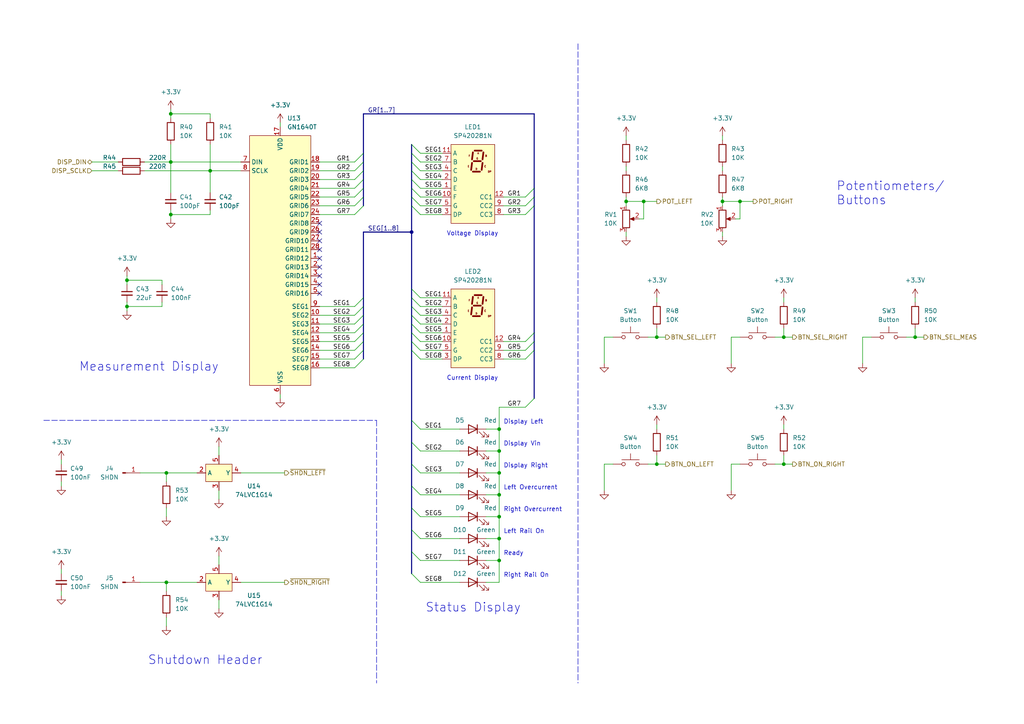
<source format=kicad_sch>
(kicad_sch (version 20211123) (generator eeschema)
  (paper "A4")
  (lib_symbols
    (symbol "Connector:Conn_01x01_Male" (pin_names (offset 1.016) hide)
      (property "Reference" "J" (at 0 2.54 0))
      (property "Value" "Conn_01x01_Male" (at 0 -2.54 0))
      (symbol "Conn_01x01_Male_1_1"
        (polyline (pts (xy 1.27 0) (xy 0.8636 0)) (stroke (width 0.1524)))
        (rectangle (start 0.8636 0.127) (end 0 -0.127) (stroke (width 0.1524)) (fill (type outline)))
        (pin passive line (at 5.08 0 180) (length 3.81) (name "Pin_1") (number "1"))
      )
    )
    (symbol "Device:C_Small" (pin_numbers hide) (pin_names (offset 0.254) hide)
      (property "Reference" "C" (at 0.254 1.778 0))
      (property "Value" "C_Small" (at 0.254 -2.032 0))
      (symbol "C_Small_0_1"
        (polyline (pts (xy -1.524 -0.508) (xy 1.524 -0.508)) (stroke (width 0.3302)))
        (polyline (pts (xy -1.524 0.508) (xy 1.524 0.508)) (stroke (width 0.3048)))
      )
      (symbol "C_Small_1_1"
        (pin passive line (at 0 2.54 270) (length 2.032) (name "~") (number "1"))
        (pin passive line (at 0 -2.54 90) (length 2.032) (name "~") (number "2"))
      )
    )
    (symbol "Device:LED" (pin_numbers hide) (pin_names (offset 1.016) hide)
      (property "Reference" "D" (at 0 2.54 0))
      (property "Value" "LED" (at 0 -2.54 0))
      (symbol "LED_0_1"
        (polyline (pts (xy -1.27 -1.27) (xy -1.27 1.27)) (stroke (width 0.254)))
        (polyline (pts (xy -1.27 0) (xy 1.27 0)))
        (polyline (pts (xy 1.27 -1.27) (xy 1.27 1.27) (xy -1.27 0) (xy 1.27 -1.27)) (stroke (width 0.254)))
        (polyline (pts (xy -3.048 -0.762) (xy -4.572 -2.286) (xy -3.81 -2.286) (xy -4.572 -2.286) (xy -4.572 -1.524)))
        (polyline (pts (xy -1.778 -0.762) (xy -3.302 -2.286) (xy -2.54 -2.286) (xy -3.302 -2.286) (xy -3.302 -1.524)))
      )
      (symbol "LED_1_1"
        (pin passive line (at -3.81 0 0) (length 2.54) (name "K") (number "1"))
        (pin passive line (at 3.81 0 180) (length 2.54) (name "A") (number "2"))
      )
    )
    (symbol "Device:R" (pin_numbers hide) (pin_names (offset 0))
      (property "Reference" "R" (at 2.032 0 90))
      (property "Value" "R" (at 0 0 90))
      (symbol "R_0_1"
        (rectangle (start -1.016 -2.54) (end 1.016 2.54) (stroke (width 0.254)))
      )
      (symbol "R_1_1"
        (pin passive line (at 0 3.81 270) (length 1.27) (name "~") (number "1"))
        (pin passive line (at 0 -3.81 90) (length 1.27) (name "~") (number "2"))
      )
    )
    (symbol "Device:R_Potentiometer" (pin_names (offset 1.016) hide)
      (property "Reference" "RV" (at -4.445 0 90))
      (property "Value" "R_Potentiometer" (at -2.54 0 90))
      (symbol "R_Potentiometer_0_1"
        (polyline (pts (xy 2.54 0) (xy 1.524 0)))
        (polyline (pts (xy 1.143 0) (xy 2.286 0.508) (xy 2.286 -0.508) (xy 1.143 0)) (fill (type outline)))
        (rectangle (start 1.016 2.54) (end -1.016 -2.54) (stroke (width 0.254)))
      )
      (symbol "R_Potentiometer_1_1"
        (pin passive line (at 0 3.81 270) (length 1.27) (name "1") (number "1"))
        (pin passive line (at 3.81 0 180) (length 1.27) (name "2") (number "2"))
        (pin passive line (at 0 -3.81 90) (length 1.27) (name "3") (number "3"))
      )
    )
    (symbol "SP420281N_1"
      (property "Reference" "LED" (at 0 12.7 0))
      (property "Value" "SP420281N_1" (at 0 -12.7 0))
      (symbol "SP420281N_1_0_0"
        (pin input line (at -8.89 -1.27 0) (length 2.54) (name "E") (number "1"))
        (pin input line (at -8.89 -3.81 0) (length 2.54) (name "F") (number "10"))
        (pin input line (at -8.89 8.89 0) (length 2.54) (name "A") (number "11"))
        (pin input line (at 8.89 -3.81 180) (length 2.54) (name "CC1") (number "12"))
        (pin input line (at -8.89 1.27 0) (length 2.54) (name "D") (number "2"))
        (pin input line (at -8.89 -8.89 0) (length 2.54) (name "DP") (number "3"))
        (pin input line (at -8.89 3.81 0) (length 2.54) (name "C") (number "4"))
        (pin input line (at -8.89 -6.35 0) (length 2.54) (name "G") (number "5"))
        (pin input line (at -8.89 6.35 0) (length 2.54) (name "B") (number "7"))
        (pin input line (at 8.89 -8.89 180) (length 2.54) (name "CC3") (number "8"))
        (pin input line (at 8.89 -6.35 180) (length 2.54) (name "CC2") (number "9"))
      )
      (symbol "SP420281N_1_0_1"
        (rectangle (start -6.35 11.43) (end 6.35 -11.43) (fill (type background)))
      )
      (symbol "SP420281N_1_1_0"
        (text "A" (at 1.524 8.89 0) (effects (font (size 0.508 0.508))))
        (text "B" (at 3.81 8.128 0) (effects (font (size 0.508 0.508))))
        (text "C" (at 3.556 5.08 0) (effects (font (size 0.508 0.508))))
        (text "D" (at 1.016 4.318 0) (effects (font (size 0.508 0.508))))
        (text "DP" (at 4.826 3.556 0) (effects (font (size 0.508 0.508))))
        (text "E" (at -1.27 5.08 0) (effects (font (size 0.508 0.508))))
        (text "F" (at -1.016 8.128 0) (effects (font (size 0.508 0.508))))
        (text "G" (at 1.27 7.366 0) (effects (font (size 0.508 0.508))))
      )
      (symbol "SP420281N_1_1_1"
        (polyline (pts (xy -0.254 6.096) (xy -0.508 4.064)) (stroke (width 0.508)))
        (polyline (pts (xy 0 3.556) (xy 2.032 3.556)) (stroke (width 0.508)))
        (polyline (pts (xy 0 9.144) (xy -0.254 7.112)) (stroke (width 0.508)))
        (polyline (pts (xy 0.254 6.604) (xy 2.286 6.604)) (stroke (width 0.508)))
        (polyline (pts (xy 0.508 9.652) (xy 2.54 9.652)) (stroke (width 0.508)))
        (polyline (pts (xy 2.794 6.096) (xy 2.54 4.064)) (stroke (width 0.508)))
        (polyline (pts (xy 3.048 9.144) (xy 2.794 7.112)) (stroke (width 0.508)))
        (polyline (pts (xy 3.81 3.556) (xy 3.81 3.556)) (stroke (width 0.508)))
      )
    )
    (symbol "Switch:SW_Push" (pin_numbers hide) (pin_names (offset 1.016) hide)
      (property "Reference" "SW" (at 1.27 2.54 0))
      (property "Value" "SW_Push" (at 0 -1.524 0))
      (symbol "SW_Push_0_1"
        (circle (center -2.032 0) (radius 0.508))
        (polyline (pts (xy 0 1.27) (xy 0 3.048)))
        (polyline (pts (xy 2.54 1.27) (xy -2.54 1.27)))
        (circle (center 2.032 0) (radius 0.508))
        (pin passive line (at -5.08 0 0) (length 2.54) (name "1") (number "1"))
        (pin passive line (at 5.08 0 180) (length 2.54) (name "2") (number "2"))
      )
    )
    (symbol "breadboard_supply:74LVC1G14"
      (property "Reference" "U" (at 7.62 -3.81 0))
      (property "Value" "74LVC1G14" (at 7.62 -6.35 0))
      (symbol "74LVC1G14_0_1"
        (rectangle (start -3.81 2.54) (end 3.81 -2.54) (fill (type background)))
      )
      (symbol "74LVC1G14_1_1"
        (pin no_connect line (at -6.35 -2.54 0) (length 2.54) hide (name "") (number "1"))
        (pin input line (at -6.35 0 0) (length 2.54) (name "A") (number "2"))
        (pin power_in line (at 0 -5.08 90) (length 2.54) (name "") (number "3"))
        (pin output line (at 6.35 0 180) (length 2.54) (name "Y") (number "4"))
        (pin power_in line (at 0 5.08 270) (length 2.54) (name "") (number "5"))
      )
    )
    (symbol "breadboard_supply:GN1640T"
      (property "Reference" "U" (at -8.89 34.29 0))
      (property "Value" "GN1640T" (at 6.35 -40.64 0))
      (symbol "GN1640T_0_1"
        (rectangle (start -8.89 33.02) (end 8.89 -39.37) (fill (type background)))
      )
      (symbol "GN1640T_1_1"
        (pin bidirectional line (at 11.43 -2.54 180) (length 2.54) (name "GRID12") (number "1"))
        (pin bidirectional line (at 11.43 -19.05 180) (length 2.54) (name "SEG2") (number "10"))
        (pin bidirectional line (at 11.43 -21.59 180) (length 2.54) (name "SEG3") (number "11"))
        (pin bidirectional line (at 11.43 -24.13 180) (length 2.54) (name "SEG4") (number "12"))
        (pin bidirectional line (at 11.43 -26.67 180) (length 2.54) (name "SEG5") (number "13"))
        (pin bidirectional line (at 11.43 -29.21 180) (length 2.54) (name "SEG6") (number "14"))
        (pin bidirectional line (at 11.43 -31.75 180) (length 2.54) (name "SEG7") (number "15"))
        (pin bidirectional line (at 11.43 -34.29 180) (length 2.54) (name "SEG8") (number "16"))
        (pin power_in line (at 0 35.56 270) (length 2.54) (name "VDD") (number "17"))
        (pin bidirectional line (at 11.43 25.4 180) (length 2.54) (name "GRID1") (number "18"))
        (pin bidirectional line (at 11.43 22.86 180) (length 2.54) (name "GRID2") (number "19"))
        (pin bidirectional line (at 11.43 -5.08 180) (length 2.54) (name "GRID13") (number "2"))
        (pin bidirectional line (at 11.43 20.32 180) (length 2.54) (name "GRID3") (number "20"))
        (pin bidirectional line (at 11.43 17.78 180) (length 2.54) (name "GRID4") (number "21"))
        (pin bidirectional line (at 11.43 15.24 180) (length 2.54) (name "GRID5") (number "22"))
        (pin bidirectional line (at 11.43 12.7 180) (length 2.54) (name "GRID6") (number "23"))
        (pin bidirectional line (at 11.43 10.16 180) (length 2.54) (name "GRID7") (number "24"))
        (pin bidirectional line (at 11.43 7.62 180) (length 2.54) (name "GRID8") (number "25"))
        (pin bidirectional line (at 11.43 5.08 180) (length 2.54) (name "GRID9") (number "26"))
        (pin bidirectional line (at 11.43 2.54 180) (length 2.54) (name "GRID10") (number "27"))
        (pin bidirectional line (at 11.43 0 180) (length 2.54) (name "GRID11") (number "28"))
        (pin bidirectional line (at 11.43 -7.62 180) (length 2.54) (name "GRID14") (number "3"))
        (pin bidirectional line (at 11.43 -10.16 180) (length 2.54) (name "GRID15") (number "4"))
        (pin bidirectional line (at 11.43 -12.7 180) (length 2.54) (name "GRID16") (number "5"))
        (pin power_in line (at 0 -41.91 90) (length 2.54) (name "VSS") (number "6"))
        (pin input line (at -11.43 25.4 0) (length 2.54) (name "DIN") (number "7"))
        (pin input line (at -11.43 22.86 0) (length 2.54) (name "SCLK") (number "8"))
        (pin bidirectional line (at 11.43 -16.51 180) (length 2.54) (name "SEG1") (number "9"))
      )
    )
    (symbol "breadboard_supply:SP420281N"
      (property "Reference" "LED" (at 0 12.7 0))
      (property "Value" "SP420281N" (at 0 -12.7 0))
      (symbol "SP420281N_0_0"
        (pin input line (at -8.89 -1.27 0) (length 2.54) (name "E") (number "1"))
        (pin input line (at -8.89 -3.81 0) (length 2.54) (name "F") (number "10"))
        (pin input line (at -8.89 8.89 0) (length 2.54) (name "A") (number "11"))
        (pin input line (at 8.89 -3.81 180) (length 2.54) (name "CC1") (number "12"))
        (pin input line (at -8.89 1.27 0) (length 2.54) (name "D") (number "2"))
        (pin input line (at -8.89 -8.89 0) (length 2.54) (name "DP") (number "3"))
        (pin input line (at -8.89 3.81 0) (length 2.54) (name "C") (number "4"))
        (pin input line (at -8.89 -6.35 0) (length 2.54) (name "G") (number "5"))
        (pin input line (at -8.89 6.35 0) (length 2.54) (name "B") (number "7"))
        (pin input line (at 8.89 -8.89 180) (length 2.54) (name "CC3") (number "8"))
        (pin input line (at 8.89 -6.35 180) (length 2.54) (name "CC2") (number "9"))
      )
      (symbol "SP420281N_0_1"
        (rectangle (start -6.35 11.43) (end 6.35 -11.43) (fill (type background)))
      )
      (symbol "SP420281N_1_0"
        (text "A" (at 1.524 8.89 0) (effects (font (size 0.508 0.508))))
        (text "B" (at 3.81 8.128 0) (effects (font (size 0.508 0.508))))
        (text "C" (at 3.556 5.08 0) (effects (font (size 0.508 0.508))))
        (text "D" (at 1.016 4.318 0) (effects (font (size 0.508 0.508))))
        (text "DP" (at 4.826 3.556 0) (effects (font (size 0.508 0.508))))
        (text "E" (at -1.27 5.08 0) (effects (font (size 0.508 0.508))))
        (text "F" (at -1.016 8.128 0) (effects (font (size 0.508 0.508))))
        (text "G" (at 1.27 7.366 0) (effects (font (size 0.508 0.508))))
      )
      (symbol "SP420281N_1_1"
        (polyline (pts (xy -0.254 6.096) (xy -0.508 4.064)) (stroke (width 0.508)))
        (polyline (pts (xy 0 3.556) (xy 2.032 3.556)) (stroke (width 0.508)))
        (polyline (pts (xy 0 9.144) (xy -0.254 7.112)) (stroke (width 0.508)))
        (polyline (pts (xy 0.254 6.604) (xy 2.286 6.604)) (stroke (width 0.508)))
        (polyline (pts (xy 0.508 9.652) (xy 2.54 9.652)) (stroke (width 0.508)))
        (polyline (pts (xy 2.794 6.096) (xy 2.54 4.064)) (stroke (width 0.508)))
        (polyline (pts (xy 3.048 9.144) (xy 2.794 7.112)) (stroke (width 0.508)))
        (polyline (pts (xy 3.81 3.556) (xy 3.81 3.556)) (stroke (width 0.508)))
      )
    )
    (symbol "power:+3.3V" (power) (pin_names (offset 0))
      (property "Value" "+3.3V" (at 0 3.556 0))
      (symbol "+3.3V_0_1"
        (polyline (pts (xy -0.762 1.27) (xy 0 2.54)))
        (polyline (pts (xy 0 0) (xy 0 2.54)))
        (polyline (pts (xy 0 2.54) (xy 0.762 1.27)))
      )
      (symbol "+3.3V_1_1"
        (pin power_in line (at 0 0 90) (length 0) hide (name "+3.3V") (number "1"))
      )
    )
    (symbol "power:GND" (power) (pin_names (offset 0))
      (property "Value" "GND" (at 0 -3.81 0))
      (symbol "GND_0_1"
        (polyline (pts (xy 0 0) (xy 0 -1.27) (xy 1.27 -1.27) (xy 0 -2.54) (xy -1.27 -1.27) (xy 0 -1.27)))
      )
      (symbol "GND_1_1"
        (pin power_in line (at 0 0 270) (length 0) hide (name "GND") (number "1"))
      )
    )
  )
  (junction (at 60.96 49.53))
  (junction (at 186.69 58.42))
  (junction (at 144.78 137.16))
  (junction (at 144.78 156.21))
  (junction (at 144.78 162.56))
  (junction (at 265.43 97.79))
  (junction (at 36.83 81.28))
  (junction (at 49.53 62.23))
  (junction (at 227.33 134.62))
  (junction (at 190.5 97.79))
  (junction (at 119.38 67.31))
  (junction (at 49.53 33.02))
  (junction (at 144.78 124.46))
  (junction (at 36.83 88.9))
  (junction (at 227.33 97.79))
  (junction (at 144.78 143.51))
  (junction (at 214.63 58.42))
  (junction (at 209.55 58.42))
  (junction (at 48.26 137.16))
  (junction (at 49.53 46.99))
  (junction (at 144.78 149.86))
  (junction (at 190.5 134.62))
  (junction (at 144.78 130.81))
  (junction (at 48.26 168.91))
  (junction (at 181.61 58.42))
  (no_connect (at 92.71 67.31))
  (no_connect (at 92.71 80.01))
  (no_connect (at 92.71 72.39))
  (no_connect (at 92.71 74.93))
  (no_connect (at 92.71 85.09))
  (no_connect (at 92.71 77.47))
  (no_connect (at 92.71 82.55))
  (no_connect (at 92.71 64.77))
  (no_connect (at 92.71 69.85))
  (bus_entry (at 102.87 99.06) (size 2.54 -2.54))
  (bus_entry (at 121.92 86.36) (size -2.54 -2.54))
  (bus_entry (at 152.4 99.06) (size 2.54 -2.54))
  (bus_entry (at 121.92 162.56) (size -2.54 -2.54))
  (bus_entry (at 102.87 46.99) (size 2.54 -2.54))
  (bus_entry (at 152.4 104.14) (size 2.54 -2.54))
  (bus_entry (at 152.4 118.11) (size 2.54 -2.54))
  (bus_entry (at 121.92 91.44) (size -2.54 -2.54))
  (bus_entry (at 102.87 62.23) (size 2.54 -2.54))
  (bus_entry (at 102.87 54.61) (size 2.54 -2.54))
  (bus_entry (at 102.87 91.44) (size 2.54 -2.54))
  (bus_entry (at 152.4 101.6) (size 2.54 -2.54))
  (bus_entry (at 121.92 143.51) (size -2.54 -2.54))
  (bus_entry (at 121.92 93.98) (size -2.54 -2.54))
  (bus_entry (at 121.92 62.23) (size -2.54 -2.54))
  (bus_entry (at 152.4 62.23) (size 2.54 -2.54))
  (bus_entry (at 121.92 101.6) (size -2.54 -2.54))
  (bus_entry (at 102.87 106.68) (size 2.54 -2.54))
  (bus_entry (at 102.87 57.15) (size 2.54 -2.54))
  (bus_entry (at 121.92 52.07) (size -2.54 -2.54))
  (bus_entry (at 121.92 57.15) (size -2.54 -2.54))
  (bus_entry (at 121.92 99.06) (size -2.54 -2.54))
  (bus_entry (at 102.87 49.53) (size 2.54 -2.54))
  (bus_entry (at 152.4 59.69) (size 2.54 -2.54))
  (bus_entry (at 102.87 104.14) (size 2.54 -2.54))
  (bus_entry (at 121.92 49.53) (size -2.54 -2.54))
  (bus_entry (at 102.87 93.98) (size 2.54 -2.54))
  (bus_entry (at 152.4 57.15) (size 2.54 -2.54))
  (bus_entry (at 121.92 96.52) (size -2.54 -2.54))
  (bus_entry (at 121.92 149.86) (size -2.54 -2.54))
  (bus_entry (at 121.92 88.9) (size -2.54 -2.54))
  (bus_entry (at 121.92 168.91) (size -2.54 -2.54))
  (bus_entry (at 102.87 88.9) (size 2.54 -2.54))
  (bus_entry (at 121.92 137.16) (size -2.54 -2.54))
  (bus_entry (at 121.92 156.21) (size -2.54 -2.54))
  (bus_entry (at 102.87 59.69) (size 2.54 -2.54))
  (bus_entry (at 102.87 101.6) (size 2.54 -2.54))
  (bus_entry (at 121.92 130.81) (size -2.54 -2.54))
  (bus_entry (at 121.92 59.69) (size -2.54 -2.54))
  (bus_entry (at 121.92 104.14) (size -2.54 -2.54))
  (bus_entry (at 121.92 124.46) (size -2.54 -2.54))
  (bus_entry (at 102.87 96.52) (size 2.54 -2.54))
  (bus_entry (at 121.92 44.45) (size -2.54 -2.54))
  (bus_entry (at 102.87 52.07) (size 2.54 -2.54))
  (bus_entry (at 121.92 46.99) (size -2.54 -2.54))
  (bus_entry (at 121.92 54.61) (size -2.54 -2.54))
  (bus (pts (xy 105.41 44.45) (xy 105.41 33.02)))
  (bus (pts (xy 119.38 52.07) (xy 119.38 54.61)))
  (bus (pts (xy 119.38 160.02) (xy 119.38 166.37)))
  (wire (pts (xy 60.96 34.29) (xy 60.96 33.02)))
  (bus (pts (xy 119.38 134.62) (xy 119.38 140.97)))
  (bus (pts (xy 105.41 54.61) (xy 105.41 57.15)))
  (bus (pts (xy 119.38 147.32) (xy 119.38 153.67)))
  (bus (pts (xy 105.41 33.02) (xy 154.94 33.02)))
  (wire (pts (xy 92.71 62.23) (xy 102.87 62.23)))
  (wire (pts (xy 214.63 97.79) (xy 212.09 97.79)))
  (wire (pts (xy 214.63 58.42) (xy 209.55 58.42)))
  (wire (pts (xy 17.78 133.35) (xy 17.78 134.62)))
  (bus (pts (xy 119.38 44.45) (xy 119.38 46.99)))
  (wire (pts (xy 49.53 41.91) (xy 49.53 46.99)))
  (bus (pts (xy 119.38 59.69) (xy 119.38 67.31)))
  (wire (pts (xy 128.27 101.6) (xy 121.92 101.6)))
  (wire (pts (xy 46.99 82.55) (xy 46.99 81.28)))
  (bus (pts (xy 119.38 96.52) (xy 119.38 99.06)))
  (bus (pts (xy 119.38 99.06) (xy 119.38 101.6)))
  (bus (pts (xy 105.41 88.9) (xy 105.41 91.44)))
  (wire (pts (xy 128.27 93.98) (xy 121.92 93.98)))
  (bus (pts (xy 119.38 86.36) (xy 119.38 88.9)))
  (wire (pts (xy 213.36 63.5) (xy 214.63 63.5)))
  (wire (pts (xy 92.71 49.53) (xy 102.87 49.53)))
  (wire (pts (xy 209.55 57.15) (xy 209.55 58.42)))
  (bus (pts (xy 105.41 49.53) (xy 105.41 52.07)))
  (wire (pts (xy 36.83 88.9) (xy 36.83 90.17)))
  (wire (pts (xy 265.43 86.36) (xy 265.43 87.63)))
  (bus (pts (xy 154.94 59.69) (xy 154.94 96.52)))
  (bus (pts (xy 105.41 46.99) (xy 105.41 49.53)))
  (bus (pts (xy 154.94 96.52) (xy 154.94 99.06)))
  (wire (pts (xy 187.96 134.62) (xy 190.5 134.62)))
  (wire (pts (xy 48.26 179.07) (xy 48.26 181.61)))
  (wire (pts (xy 92.71 96.52) (xy 102.87 96.52)))
  (wire (pts (xy 48.26 168.91) (xy 48.26 171.45)))
  (wire (pts (xy 128.27 104.14) (xy 121.92 104.14)))
  (wire (pts (xy 92.71 101.6) (xy 102.87 101.6)))
  (wire (pts (xy 49.53 46.99) (xy 49.53 55.88)))
  (wire (pts (xy 175.26 97.79) (xy 175.26 105.41)))
  (wire (pts (xy 186.69 58.42) (xy 190.5 58.42)))
  (wire (pts (xy 92.71 106.68) (xy 102.87 106.68)))
  (wire (pts (xy 128.27 99.06) (xy 121.92 99.06)))
  (bus (pts (xy 119.38 49.53) (xy 119.38 52.07)))
  (wire (pts (xy 48.26 168.91) (xy 57.15 168.91)))
  (wire (pts (xy 41.91 46.99) (xy 49.53 46.99)))
  (wire (pts (xy 121.92 143.51) (xy 133.35 143.51)))
  (wire (pts (xy 186.69 58.42) (xy 181.61 58.42)))
  (wire (pts (xy 144.78 156.21) (xy 144.78 162.56)))
  (wire (pts (xy 146.05 104.14) (xy 152.4 104.14)))
  (wire (pts (xy 46.99 87.63) (xy 46.99 88.9)))
  (bus (pts (xy 119.38 83.82) (xy 119.38 86.36)))
  (wire (pts (xy 190.5 134.62) (xy 193.04 134.62)))
  (wire (pts (xy 227.33 95.25) (xy 227.33 97.79)))
  (wire (pts (xy 181.61 58.42) (xy 181.61 59.69)))
  (wire (pts (xy 92.71 104.14) (xy 102.87 104.14)))
  (wire (pts (xy 177.8 134.62) (xy 175.26 134.62)))
  (bus (pts (xy 119.38 41.91) (xy 119.38 44.45)))
  (wire (pts (xy 49.53 46.99) (xy 69.85 46.99)))
  (bus (pts (xy 119.38 140.97) (xy 119.38 147.32)))
  (bus (pts (xy 154.94 57.15) (xy 154.94 59.69)))
  (polyline (pts (xy 12.7 121.92) (xy 109.22 121.92)))
  (wire (pts (xy 26.67 46.99) (xy 34.29 46.99)))
  (bus (pts (xy 105.41 93.98) (xy 105.41 96.52)))
  (wire (pts (xy 92.71 52.07) (xy 102.87 52.07)))
  (wire (pts (xy 250.19 97.79) (xy 250.19 105.41)))
  (wire (pts (xy 26.67 49.53) (xy 34.29 49.53)))
  (wire (pts (xy 209.55 39.37) (xy 209.55 40.64)))
  (wire (pts (xy 121.92 168.91) (xy 133.35 168.91)))
  (wire (pts (xy 60.96 49.53) (xy 69.85 49.53)))
  (bus (pts (xy 119.38 57.15) (xy 119.38 59.69)))
  (wire (pts (xy 181.61 39.37) (xy 181.61 40.64)))
  (wire (pts (xy 49.53 33.02) (xy 49.53 34.29)))
  (wire (pts (xy 144.78 168.91) (xy 140.97 168.91)))
  (wire (pts (xy 128.27 96.52) (xy 121.92 96.52)))
  (wire (pts (xy 69.85 137.16) (xy 82.55 137.16)))
  (wire (pts (xy 48.26 147.32) (xy 48.26 149.86)))
  (wire (pts (xy 214.63 63.5) (xy 214.63 58.42)))
  (wire (pts (xy 49.53 60.96) (xy 49.53 62.23)))
  (wire (pts (xy 36.83 88.9) (xy 36.83 87.63)))
  (bus (pts (xy 154.94 101.6) (xy 154.94 115.57)))
  (wire (pts (xy 92.71 54.61) (xy 102.87 54.61)))
  (bus (pts (xy 119.38 153.67) (xy 119.38 160.02)))
  (wire (pts (xy 49.53 62.23) (xy 60.96 62.23)))
  (wire (pts (xy 60.96 62.23) (xy 60.96 60.96)))
  (bus (pts (xy 119.38 121.92) (xy 119.38 128.27)))
  (wire (pts (xy 186.69 63.5) (xy 186.69 58.42)))
  (wire (pts (xy 60.96 49.53) (xy 60.96 55.88)))
  (wire (pts (xy 190.5 97.79) (xy 193.04 97.79)))
  (wire (pts (xy 214.63 134.62) (xy 212.09 134.62)))
  (wire (pts (xy 181.61 67.31) (xy 181.61 68.58)))
  (bus (pts (xy 105.41 67.31) (xy 119.38 67.31)))
  (bus (pts (xy 119.38 128.27) (xy 119.38 134.62)))
  (wire (pts (xy 212.09 134.62) (xy 212.09 142.24)))
  (wire (pts (xy 41.91 49.53) (xy 60.96 49.53)))
  (wire (pts (xy 17.78 139.7) (xy 17.78 140.97)))
  (wire (pts (xy 63.5 173.99) (xy 63.5 176.53)))
  (wire (pts (xy 144.78 149.86) (xy 144.78 156.21)))
  (wire (pts (xy 214.63 58.42) (xy 218.44 58.42)))
  (wire (pts (xy 224.79 134.62) (xy 227.33 134.62)))
  (wire (pts (xy 128.27 44.45) (xy 121.92 44.45)))
  (wire (pts (xy 48.26 137.16) (xy 48.26 139.7)))
  (wire (pts (xy 128.27 49.53) (xy 121.92 49.53)))
  (wire (pts (xy 209.55 48.26) (xy 209.55 49.53)))
  (wire (pts (xy 36.83 82.55) (xy 36.83 81.28)))
  (wire (pts (xy 121.92 149.86) (xy 133.35 149.86)))
  (wire (pts (xy 265.43 95.25) (xy 265.43 97.79)))
  (wire (pts (xy 92.71 93.98) (xy 102.87 93.98)))
  (bus (pts (xy 105.41 86.36) (xy 105.41 88.9)))
  (wire (pts (xy 140.97 124.46) (xy 144.78 124.46)))
  (wire (pts (xy 187.96 97.79) (xy 190.5 97.79)))
  (wire (pts (xy 128.27 57.15) (xy 121.92 57.15)))
  (bus (pts (xy 105.41 101.6) (xy 105.41 104.14)))
  (bus (pts (xy 119.38 93.98) (xy 119.38 96.52)))
  (wire (pts (xy 227.33 123.19) (xy 227.33 124.46)))
  (bus (pts (xy 119.38 88.9) (xy 119.38 91.44)))
  (wire (pts (xy 265.43 97.79) (xy 267.97 97.79)))
  (bus (pts (xy 154.94 54.61) (xy 154.94 57.15)))
  (bus (pts (xy 119.38 46.99) (xy 119.38 49.53)))
  (wire (pts (xy 144.78 130.81) (xy 140.97 130.81)))
  (bus (pts (xy 119.38 101.6) (xy 119.38 121.92)))
  (wire (pts (xy 144.78 162.56) (xy 140.97 162.56)))
  (wire (pts (xy 146.05 59.69) (xy 152.4 59.69)))
  (bus (pts (xy 105.41 57.15) (xy 105.41 59.69)))
  (wire (pts (xy 92.71 57.15) (xy 102.87 57.15)))
  (bus (pts (xy 119.38 67.31) (xy 119.38 83.82)))
  (bus (pts (xy 119.38 54.61) (xy 119.38 57.15)))
  (wire (pts (xy 144.78 118.11) (xy 144.78 124.46)))
  (wire (pts (xy 40.64 168.91) (xy 48.26 168.91)))
  (wire (pts (xy 146.05 57.15) (xy 152.4 57.15)))
  (wire (pts (xy 128.27 91.44) (xy 121.92 91.44)))
  (wire (pts (xy 190.5 132.08) (xy 190.5 134.62)))
  (wire (pts (xy 212.09 97.79) (xy 212.09 105.41)))
  (wire (pts (xy 144.78 162.56) (xy 144.78 168.91)))
  (wire (pts (xy 63.5 129.54) (xy 63.5 132.08)))
  (wire (pts (xy 128.27 59.69) (xy 121.92 59.69)))
  (wire (pts (xy 144.78 156.21) (xy 140.97 156.21)))
  (wire (pts (xy 181.61 57.15) (xy 181.61 58.42)))
  (wire (pts (xy 227.33 97.79) (xy 229.87 97.79)))
  (bus (pts (xy 154.94 99.06) (xy 154.94 101.6)))
  (wire (pts (xy 63.5 142.24) (xy 63.5 144.78)))
  (wire (pts (xy 92.71 88.9) (xy 102.87 88.9)))
  (wire (pts (xy 144.78 118.11) (xy 152.4 118.11)))
  (bus (pts (xy 105.41 91.44) (xy 105.41 93.98)))
  (wire (pts (xy 185.42 63.5) (xy 186.69 63.5)))
  (wire (pts (xy 140.97 149.86) (xy 144.78 149.86)))
  (wire (pts (xy 121.92 124.46) (xy 133.35 124.46)))
  (wire (pts (xy 128.27 62.23) (xy 121.92 62.23)))
  (wire (pts (xy 252.73 97.79) (xy 250.19 97.79)))
  (wire (pts (xy 144.78 143.51) (xy 144.78 149.86)))
  (wire (pts (xy 46.99 88.9) (xy 36.83 88.9)))
  (wire (pts (xy 128.27 46.99) (xy 121.92 46.99)))
  (wire (pts (xy 190.5 95.25) (xy 190.5 97.79)))
  (bus (pts (xy 154.94 54.61) (xy 154.94 33.02)))
  (wire (pts (xy 190.5 86.36) (xy 190.5 87.63)))
  (wire (pts (xy 121.92 137.16) (xy 133.35 137.16)))
  (wire (pts (xy 49.53 62.23) (xy 49.53 63.5)))
  (wire (pts (xy 63.5 161.29) (xy 63.5 163.83)))
  (wire (pts (xy 36.83 80.01) (xy 36.83 81.28)))
  (wire (pts (xy 121.92 156.21) (xy 133.35 156.21)))
  (wire (pts (xy 227.33 86.36) (xy 227.33 87.63)))
  (wire (pts (xy 146.05 62.23) (xy 152.4 62.23)))
  (wire (pts (xy 17.78 171.45) (xy 17.78 172.72)))
  (bus (pts (xy 105.41 52.07) (xy 105.41 54.61)))
  (wire (pts (xy 144.78 143.51) (xy 140.97 143.51)))
  (bus (pts (xy 105.41 86.36) (xy 105.41 67.31)))
  (wire (pts (xy 209.55 58.42) (xy 209.55 59.69)))
  (wire (pts (xy 146.05 101.6) (xy 152.4 101.6)))
  (wire (pts (xy 128.27 86.36) (xy 121.92 86.36)))
  (wire (pts (xy 60.96 33.02) (xy 49.53 33.02)))
  (polyline (pts (xy 109.22 121.92) (xy 109.22 198.12)))
  (wire (pts (xy 209.55 67.31) (xy 209.55 68.58)))
  (wire (pts (xy 190.5 123.19) (xy 190.5 124.46)))
  (wire (pts (xy 92.71 91.44) (xy 102.87 91.44)))
  (wire (pts (xy 17.78 165.1) (xy 17.78 166.37)))
  (wire (pts (xy 227.33 132.08) (xy 227.33 134.62)))
  (bus (pts (xy 119.38 91.44) (xy 119.38 93.98)))
  (wire (pts (xy 121.92 130.81) (xy 133.35 130.81)))
  (wire (pts (xy 224.79 97.79) (xy 227.33 97.79)))
  (wire (pts (xy 121.92 162.56) (xy 133.35 162.56)))
  (wire (pts (xy 262.89 97.79) (xy 265.43 97.79)))
  (wire (pts (xy 92.71 59.69) (xy 102.87 59.69)))
  (wire (pts (xy 92.71 99.06) (xy 102.87 99.06)))
  (wire (pts (xy 181.61 48.26) (xy 181.61 49.53)))
  (wire (pts (xy 81.28 35.56) (xy 81.28 36.83)))
  (wire (pts (xy 92.71 46.99) (xy 102.87 46.99)))
  (bus (pts (xy 105.41 99.06) (xy 105.41 101.6)))
  (wire (pts (xy 144.78 124.46) (xy 144.78 130.81)))
  (wire (pts (xy 69.85 168.91) (xy 82.55 168.91)))
  (wire (pts (xy 60.96 41.91) (xy 60.96 49.53)))
  (wire (pts (xy 227.33 134.62) (xy 229.87 134.62)))
  (polyline (pts (xy 167.64 12.7) (xy 167.64 198.12)))
  (wire (pts (xy 175.26 134.62) (xy 175.26 142.24)))
  (wire (pts (xy 144.78 130.81) (xy 144.78 137.16)))
  (bus (pts (xy 105.41 44.45) (xy 105.41 46.99)))
  (wire (pts (xy 146.05 99.06) (xy 152.4 99.06)))
  (wire (pts (xy 36.83 81.28) (xy 46.99 81.28)))
  (wire (pts (xy 81.28 114.3) (xy 81.28 115.57)))
  (wire (pts (xy 128.27 52.07) (xy 121.92 52.07)))
  (wire (pts (xy 48.26 137.16) (xy 57.15 137.16)))
  (wire (pts (xy 40.64 137.16) (xy 48.26 137.16)))
  (wire (pts (xy 128.27 88.9) (xy 121.92 88.9)))
  (wire (pts (xy 49.53 31.75) (xy 49.53 33.02)))
  (wire (pts (xy 144.78 137.16) (xy 140.97 137.16)))
  (wire (pts (xy 177.8 97.79) (xy 175.26 97.79)))
  (wire (pts (xy 128.27 54.61) (xy 121.92 54.61)))
  (wire (pts (xy 144.78 137.16) (xy 144.78 143.51)))
  (bus (pts (xy 105.41 96.52) (xy 105.41 99.06)))
  (text "Display Left" (at 146.05 123.19 0) (effects (font (size 1.27 1.27)) (justify left bottom)))
  (text "Voltage Display" (at 129.54 68.58 0) (effects (font (size 1.27 1.27)) (justify left bottom)))
  (text "Display Right" (at 146.05 135.89 0) (effects (font (size 1.27 1.27)) (justify left bottom)))
  (text "Shutdown Header" (at 76.2 193.04 180) (effects (font (size 2.54 2.54)) (justify right bottom)))
  (text "Left Rail On" (at 146.05 154.94 0) (effects (font (size 1.27 1.27)) (justify left bottom)))
  (text "Ready" (at 146.05 161.29 0) (effects (font (size 1.27 1.27)) (justify left bottom)))
  (text "Display Vin" (at 146.05 129.54 0) (effects (font (size 1.27 1.27)) (justify left bottom)))
  (text "Right Rail On" (at 146.05 167.64 0) (effects (font (size 1.27 1.27)) (justify left bottom)))
  (text "Right Overcurrent" (at 146.05 148.59 0) (effects (font (size 1.27 1.27)) (justify left bottom)))
  (text "Current Display" (at 129.54 110.49 0) (effects (font (size 1.27 1.27)) (justify left bottom)))
  (text "Measurement Display" (at 63.5 107.95 180) (effects (font (size 2.54 2.54)) (justify right bottom)))
  (text "Potentiometers/\nButtons" (at 242.57 59.69 0) (effects (font (size 2.54 2.54)) (justify left bottom)))
  (text "Left Overcurrent" (at 146.05 142.24 0) (effects (font (size 1.27 1.27)) (justify left bottom)))
  (text "Status Display" (at 151.13 177.8 180) (effects (font (size 2.54 2.54)) (justify right bottom)))
  (label "GR1" (at 101.6 46.99 180))
  (label "SEG3" (at 123.19 91.44 0))
  (label "SEG5" (at 101.6 99.06 180))
  (label "SEG6" (at 123.19 57.15 0))
  (label "GR5" (at 101.6 57.15 180))
  (label "SEG7" (at 101.6 104.14 180))
  (label "SEG7" (at 123.19 101.6 0))
  (label "SEG4" (at 123.19 52.07 0))
  (label "SEG4" (at 123.19 93.98 0))
  (label "SEG1" (at 123.19 86.36 0))
  (label "SEG4" (at 101.6 96.52 180))
  (label "GR6" (at 101.6 59.69 180))
  (label "SEG2" (at 123.19 130.81 0))
  (label "SEG8" (at 123.19 104.14 0))
  (label "SEG8" (at 123.19 168.91 0))
  (label "GR5" (at 151.13 101.6 180))
  (label "SEG7" (at 123.19 162.56 0))
  (label "GR3" (at 151.13 62.23 180))
  (label "SEG8" (at 123.19 62.23 0))
  (label "SEG6" (at 101.6 101.6 180))
  (label "SEG3" (at 123.19 49.53 0))
  (label "SEG1" (at 123.19 124.46 0))
  (label "GR7" (at 101.6 62.23 180))
  (label "SEG5" (at 123.19 149.86 0))
  (label "SEG5" (at 123.19 96.52 0))
  (label "SEG1" (at 101.6 88.9 180))
  (label "GR7" (at 151.13 118.11 180))
  (label "SEG7" (at 123.19 59.69 0))
  (label "GR3" (at 101.6 52.07 180))
  (label "SEG4" (at 123.19 143.51 0))
  (label "GR6" (at 151.13 104.14 180))
  (label "SEG6" (at 123.19 99.06 0))
  (label "SEG[1..8]" (at 106.68 67.31 0))
  (label "GR2" (at 151.13 59.69 180))
  (label "SEG8" (at 101.6 106.68 180))
  (label "SEG1" (at 123.19 44.45 0))
  (label "GR4" (at 151.13 99.06 180))
  (label "SEG5" (at 123.19 54.61 0))
  (label "SEG3" (at 123.19 137.16 0))
  (label "GR4" (at 101.6 54.61 180))
  (label "SEG2" (at 123.19 46.99 0))
  (label "GR2" (at 101.6 49.53 180))
  (label "GR1" (at 151.13 57.15 180))
  (label "SEG3" (at 101.6 93.98 180))
  (label "GR[1..7]" (at 106.68 33.02 0))
  (label "SEG6" (at 123.19 156.21 0))
  (label "SEG2" (at 101.6 91.44 180))
  (label "SEG2" (at 123.19 88.9 0))
  (hierarchical_label "BTN_SEL_MEAS" (shape output) (at 267.97 97.79 0))
  (hierarchical_label "~{SHDN_RIGHT}" (shape output) (at 82.55 168.91 0))
  (hierarchical_label "BTN_ON_LEFT" (shape output) (at 193.04 134.62 0))
  (hierarchical_label "DISP_DIN" (shape bidirectional) (at 26.67 46.99 180))
  (hierarchical_label "BTN_ON_RIGHT" (shape output) (at 229.87 134.62 0))
  (hierarchical_label "BTN_SEL_LEFT" (shape output) (at 193.04 97.79 0))
  (hierarchical_label "~{SHDN_LEFT}" (shape output) (at 82.55 137.16 0))
  (hierarchical_label "POT_LEFT" (shape output) (at 190.5 58.42 0))
  (hierarchical_label "BTN_SEL_RIGHT" (shape output) (at 229.87 97.79 0))
  (hierarchical_label "POT_RIGHT" (shape output) (at 218.44 58.42 0))
  (hierarchical_label "DISP_SCLK" (shape input) (at 26.67 49.53 180))
  (symbol (lib_id "power:GND") (at 36.83 90.17 0) (unit 1)
    (property "Reference" "#PWR086" (effects hide))
    (property "Value" "GND" (effects hide))
  )
  (symbol (lib_id "power:+3.3V") (at 265.43 86.36 0) (unit 1)
    (property "Reference" "#PWR085" (effects hide))
    (property "Value" "+3.3V" (at 265.43 81.28 0))
  )
  (symbol (lib_id "Switch:SW_Push") (at 182.88 97.79 0) (unit 1)
    (property "Reference" "SW1" (at 182.88 90.17 0))
    (property "Value" "Button" (at 182.88 92.71 0))
    (property "Footprint" "Button_Switch_SMD:SW_SPST_CK_RS282G05A3" (effects hide))
  )
  (symbol (lib_id "power:+3.3V") (at 81.28 35.56 0) (unit 1)
    (property "Reference" "#PWR076" (effects hide))
    (property "Value" "+3.3V" (at 81.28 30.48 0))
  )
  (symbol (lib_id "Device:R") (at 209.55 44.45 0) (unit 1)
    (property "Reference" "R43" (at 212.09 43.1799 0) (effects (justify left)))
    (property "Value" "10K" (at 212.09 45.7199 0) (effects (justify left)))
    (property "Footprint" "Resistor_SMD:R_0603_1608Metric" (effects hide))
  )
  (symbol (lib_id "power:+3.3V") (at 63.5 161.29 0) (unit 1)
    (property "Reference" "#PWR098" (effects hide))
    (property "Value" "+3.3V" (at 63.5 156.21 0))
  )
  (symbol (lib_id "Device:R") (at 60.96 38.1 0) (unit 1)
    (property "Reference" "R41" (at 63.5 36.8299 0) (effects (justify left)))
    (property "Value" "10K" (at 63.5 39.3699 0) (effects (justify left)))
    (property "Footprint" "Resistor_SMD:R_0603_1608Metric" (effects hide))
  )
  (symbol (lib_id "power:+3.3V") (at 36.83 80.01 0) (unit 1)
    (property "Reference" "#PWR082" (effects hide))
    (property "Value" "+3.3V" (at 36.83 74.93 0))
  )
  (symbol (lib_id "Device:LED") (at 137.16 149.86 0) (mirror y) (unit 1)
    (property "Reference" "D9" (at 133.35 147.32 0))
    (property "Value" "Red" (at 142.24 147.32 0))
    (property "Footprint" "LED_SMD:LED_0603_1608Metric" (effects hide))
  )
  (symbol (lib_id "Device:LED") (at 137.16 168.91 0) (mirror y) (unit 1)
    (property "Reference" "D12" (at 133.35 166.37 0))
    (property "Value" "Green" (at 140.97 166.37 0))
    (property "Footprint" "LED_SMD:LED_0603_1608Metric" (effects hide))
  )
  (symbol (lib_id "Device:C_Small") (at 36.83 85.09 0) (unit 1)
    (property "Reference" "C43" (at 39.37 83.8262 0) (effects (justify left)))
    (property "Value" "22uF" (at 39.37 86.3662 0) (effects (justify left)))
    (property "Footprint" "Capacitor_SMD:C_1210_3225Metric" (effects hide))
  )
  (symbol (lib_id "power:GND") (at 175.26 105.41 0) (unit 1)
    (property "Reference" "#PWR087" (effects hide))
    (property "Value" "GND" (effects hide))
  )
  (symbol (lib_id "Device:R") (at 209.55 53.34 0) (unit 1)
    (property "Reference" "R47" (at 212.09 52.0699 0) (effects (justify left)))
    (property "Value" "6K8" (at 212.09 54.6099 0) (effects (justify left)))
    (property "Footprint" "Resistor_SMD:R_0603_1608Metric" (effects hide))
  )
  (symbol (lib_id "Switch:SW_Push") (at 219.71 134.62 0) (unit 1)
    (property "Reference" "SW5" (at 219.71 127 0))
    (property "Value" "Button" (at 219.71 129.54 0))
    (property "Footprint" "Button_Switch_SMD:SW_SPST_CK_RS282G05A3" (effects hide))
  )
  (symbol (lib_id "power:+3.3V") (at 227.33 123.19 0) (unit 1)
    (property "Reference" "#PWR092" (effects hide))
    (property "Value" "+3.3V" (at 227.33 118.11 0))
  )
  (symbol (lib_id "power:GND") (at 209.55 68.58 0) (unit 1)
    (property "Reference" "#PWR081" (effects hide))
    (property "Value" "GND" (effects hide))
  )
  (symbol (lib_id "Device:LED") (at 137.16 143.51 0) (mirror y) (unit 1)
    (property "Reference" "D8" (at 133.35 140.97 0))
    (property "Value" "Red" (at 142.24 140.97 0))
    (property "Footprint" "LED_SMD:LED_0603_1608Metric" (effects hide))
  )
  (symbol (lib_id "power:GND") (at 81.28 115.57 0) (unit 1)
    (property "Reference" "#PWR090" (effects hide))
    (property "Value" "GND" (effects hide))
  )
  (symbol (lib_id "power:+3.3V") (at 63.5 129.54 0) (unit 1)
    (property "Reference" "#PWR093" (effects hide))
    (property "Value" "+3.3V" (at 63.5 124.46 0))
  )
  (symbol (lib_id "Device:R") (at 181.61 53.34 0) (unit 1)
    (property "Reference" "R46" (at 184.15 52.0699 0) (effects (justify left)))
    (property "Value" "6K8" (at 184.15 54.6099 0) (effects (justify left)))
    (property "Footprint" "Resistor_SMD:R_0603_1608Metric" (effects hide))
  )
  (symbol (lib_id "power:GND") (at 175.26 142.24 0) (unit 1)
    (property "Reference" "#PWR095" (effects hide))
    (property "Value" "GND" (effects hide))
  )
  (symbol (lib_id "power:GND") (at 212.09 105.41 0) (unit 1)
    (property "Reference" "#PWR088" (effects hide))
    (property "Value" "GND" (effects hide))
  )
  (symbol (lib_id "power:+3.3V") (at 181.61 39.37 0) (unit 1)
    (property "Reference" "#PWR077" (effects hide))
    (property "Value" "+3.3V" (at 181.61 34.29 0))
  )
  (symbol (lib_name "SP420281N_1") (lib_id "breadboard_supply:SP420281N") (at 137.16 53.34 0) (unit 1)
    (property "Reference" "LED1" (at 137.16 36.83 0))
    (property "Value" "SP420281N" (at 137.16 39.37 0))
    (property "Footprint" "breadboard_supply:SP420281N" (effects hide))
    (property "Datasheet" "https://datasheet.lcsc.com/lcsc/1811041510_ARKLED-Wuxi-ARK-Tech-Elec-SP420281N_C122944.pdf" (effects hide))
  )
  (symbol (lib_id "power:+3.3V") (at 49.53 31.75 0) (unit 1)
    (property "Reference" "#PWR075" (effects hide))
    (property "Value" "+3.3V" (at 49.53 26.67 0))
  )
  (symbol (lib_id "breadboard_supply:GN1640T") (at 81.28 72.39 0) (unit 1)
    (property "Reference" "U13" (at 83.2994 34.29 0) (effects (justify left)))
    (property "Value" "GN1640T" (at 83.2994 36.83 0) (effects (justify left)))
    (property "Footprint" "Package_SO:SSOP-28_3.9x9.9mm_P0.635mm" (effects hide))
  )
  (symbol (lib_id "breadboard_supply:74LVC1G14") (at 63.5 137.16 0) (unit 1)
    (property "Reference" "U14" (at 73.66 140.97 0))
    (property "Value" "74LVC1G14" (at 73.66 143.51 0))
    (property "Footprint" "Package_TO_SOT_SMD:SOT-353_SC-70-5" (effects hide))
    (property "Datasheet" "https://www.diodes.com/assets/Datasheets/74LVC1G14.pdf" (effects hide))
  )
  (symbol (lib_id "Connector:Conn_01x01_Male") (at 35.56 168.91 0) (unit 1)
    (property "Reference" "J5" (at 31.75 167.64 0))
    (property "Value" "SHDN" (at 31.75 170.18 0))
    (property "Footprint" "Connector_PinHeader_2.54mm:PinHeader_1x01_P2.54mm_Vertical" (effects hide))
  )
  (symbol (lib_id "Device:R") (at 190.5 128.27 0) (unit 1)
    (property "Reference" "R51" (at 193.04 126.9999 0) (effects (justify left)))
    (property "Value" "10K" (at 193.04 129.5399 0) (effects (justify left)))
    (property "Footprint" "Resistor_SMD:R_0603_1608Metric" (effects hide))
  )
  (symbol (lib_id "Device:C_Small") (at 17.78 137.16 0) (unit 1)
    (property "Reference" "C49" (at 20.32 135.8962 0) (effects (justify left)))
    (property "Value" "100nF" (at 20.32 138.4362 0) (effects (justify left)))
    (property "Footprint" "Capacitor_SMD:C_0603_1608Metric" (effects hide))
  )
  (symbol (lib_id "breadboard_supply:SP420281N") (at 137.16 95.25 0) (unit 1)
    (property "Reference" "LED2" (at 137.16 78.74 0))
    (property "Value" "SP420281N" (at 137.16 81.28 0))
    (property "Footprint" "breadboard_supply:SP420281N" (effects hide))
    (property "Datasheet" "https://datasheet.lcsc.com/lcsc/1811041510_ARKLED-Wuxi-ARK-Tech-Elec-SP420281N_C122944.pdf" (effects hide))
  )
  (symbol (lib_id "Device:LED") (at 137.16 137.16 0) (mirror y) (unit 1)
    (property "Reference" "D7" (at 133.35 134.62 0))
    (property "Value" "Red" (at 142.24 134.62 0))
    (property "Footprint" "LED_SMD:LED_0603_1608Metric" (effects hide))
  )
  (symbol (lib_id "Device:R") (at 48.26 143.51 0) (unit 1)
    (property "Reference" "R53" (at 50.8 142.2399 0) (effects (justify left)))
    (property "Value" "10K" (at 50.8 144.7799 0) (effects (justify left)))
    (property "Footprint" "Resistor_SMD:R_0603_1608Metric" (effects hide))
  )
  (symbol (lib_id "Switch:SW_Push") (at 182.88 134.62 0) (unit 1)
    (property "Reference" "SW4" (at 182.88 127 0))
    (property "Value" "Button" (at 182.88 129.54 0))
    (property "Footprint" "Button_Switch_SMD:SW_SPST_CK_RS282G05A3" (effects hide))
  )
  (symbol (lib_id "Device:R") (at 227.33 128.27 0) (unit 1)
    (property "Reference" "R52" (at 229.87 126.9999 0) (effects (justify left)))
    (property "Value" "10K" (at 229.87 129.5399 0) (effects (justify left)))
    (property "Footprint" "Resistor_SMD:R_0603_1608Metric" (effects hide))
  )
  (symbol (lib_id "Device:R_Potentiometer") (at 181.61 63.5 0) (unit 1)
    (property "Reference" "RV1" (at 179.07 62.2299 0) (effects (justify right)))
    (property "Value" "10K" (at 179.07 64.7699 0) (effects (justify right)))
    (property "Footprint" "Potentiometer_THT:Potentiometer_Bourns_3386P_Vertical" (effects hide))
  )
  (symbol (lib_id "power:GND") (at 212.09 142.24 0) (unit 1)
    (property "Reference" "#PWR096" (effects hide))
    (property "Value" "GND" (effects hide))
  )
  (symbol (lib_id "Device:R") (at 38.1 46.99 90) (unit 1)
    (property "Reference" "R44" (at 31.75 45.72 90))
    (property "Value" "220R" (at 45.72 45.72 90))
    (property "Footprint" "Resistor_SMD:R_0603_1608Metric" (effects hide))
  )
  (symbol (lib_id "Device:C_Small") (at 60.96 58.42 0) (unit 1)
    (property "Reference" "C42" (at 63.5 57.1562 0) (effects (justify left)))
    (property "Value" "100pF" (at 63.5 59.6962 0) (effects (justify left)))
    (property "Footprint" "Capacitor_SMD:C_0603_1608Metric" (effects hide))
  )
  (symbol (lib_id "Device:LED") (at 137.16 156.21 0) (mirror y) (unit 1)
    (property "Reference" "D10" (at 133.35 153.67 0))
    (property "Value" "Green" (at 140.97 153.67 0))
    (property "Footprint" "LED_SMD:LED_0603_1608Metric" (effects hide))
  )
  (symbol (lib_id "breadboard_supply:74LVC1G14") (at 63.5 168.91 0) (unit 1)
    (property "Reference" "U15" (at 73.66 172.72 0))
    (property "Value" "74LVC1G14" (at 73.66 175.26 0))
    (property "Footprint" "Package_TO_SOT_SMD:SOT-353_SC-70-5" (effects hide))
    (property "Datasheet" "https://www.diodes.com/assets/Datasheets/74LVC1G14.pdf" (effects hide))
  )
  (symbol (lib_id "Device:LED") (at 137.16 162.56 0) (mirror y) (unit 1)
    (property "Reference" "D11" (at 133.35 160.02 0))
    (property "Value" "Green" (at 140.97 160.02 0))
    (property "Footprint" "LED_SMD:LED_0603_1608Metric" (effects hide))
  )
  (symbol (lib_id "power:GND") (at 63.5 176.53 0) (unit 1)
    (property "Reference" "#PWR099" (effects hide))
    (property "Value" "GND" (effects hide))
  )
  (symbol (lib_id "Device:C_Small") (at 46.99 85.09 0) (unit 1)
    (property "Reference" "C44" (at 49.53 83.8262 0) (effects (justify left)))
    (property "Value" "100nF" (at 49.53 86.3662 0) (effects (justify left)))
    (property "Footprint" "Capacitor_SMD:C_0603_1608Metric" (effects hide))
  )
  (symbol (lib_id "Device:R") (at 181.61 44.45 0) (unit 1)
    (property "Reference" "R42" (at 184.15 43.1799 0) (effects (justify left)))
    (property "Value" "10K" (at 184.15 45.7199 0) (effects (justify left)))
    (property "Footprint" "Resistor_SMD:R_0603_1608Metric" (effects hide))
  )
  (symbol (lib_id "power:+3.3V") (at 209.55 39.37 0) (unit 1)
    (property "Reference" "#PWR078" (effects hide))
    (property "Value" "+3.3V" (at 209.55 34.29 0))
  )
  (symbol (lib_id "Device:R") (at 265.43 91.44 0) (unit 1)
    (property "Reference" "R50" (at 267.97 90.1699 0) (effects (justify left)))
    (property "Value" "10K" (at 267.97 92.7099 0) (effects (justify left)))
    (property "Footprint" "Resistor_SMD:R_0603_1608Metric" (effects hide))
  )
  (symbol (lib_id "power:GND") (at 49.53 63.5 0) (unit 1)
    (property "Reference" "#PWR079" (effects hide))
    (property "Value" "GND" (effects hide))
  )
  (symbol (lib_id "Device:R") (at 227.33 91.44 0) (unit 1)
    (property "Reference" "R49" (at 229.87 90.1699 0) (effects (justify left)))
    (property "Value" "10K" (at 229.87 92.7099 0) (effects (justify left)))
    (property "Footprint" "Resistor_SMD:R_0603_1608Metric" (effects hide))
  )
  (symbol (lib_id "power:+3.3V") (at 17.78 133.35 0) (unit 1)
    (property "Reference" "#PWR0123" (effects hide))
    (property "Value" "+3.3V" (at 17.78 128.27 0))
  )
  (symbol (lib_id "Device:R_Potentiometer") (at 209.55 63.5 0) (unit 1)
    (property "Reference" "RV2" (at 207.01 62.2299 0) (effects (justify right)))
    (property "Value" "10K" (at 207.01 64.7699 0) (effects (justify right)))
    (property "Footprint" "Potentiometer_THT:Potentiometer_Bourns_3386P_Vertical" (effects hide))
  )
  (symbol (lib_id "Device:R") (at 48.26 175.26 0) (unit 1)
    (property "Reference" "R54" (at 50.8 173.9899 0) (effects (justify left)))
    (property "Value" "10K" (at 50.8 176.5299 0) (effects (justify left)))
    (property "Footprint" "Resistor_SMD:R_0603_1608Metric" (effects hide))
  )
  (symbol (lib_id "power:+3.3V") (at 17.78 165.1 0) (unit 1)
    (property "Reference" "#PWR0125" (effects hide))
    (property "Value" "+3.3V" (at 17.78 160.02 0))
  )
  (symbol (lib_id "power:GND") (at 48.26 181.61 0) (unit 1)
    (property "Reference" "#PWR0100" (effects hide))
    (property "Value" "GND" (effects hide))
  )
  (symbol (lib_id "power:GND") (at 63.5 144.78 0) (unit 1)
    (property "Reference" "#PWR094" (effects hide))
    (property "Value" "GND" (effects hide))
  )
  (symbol (lib_id "power:GND") (at 250.19 105.41 0) (unit 1)
    (property "Reference" "#PWR089" (effects hide))
    (property "Value" "GND" (effects hide))
  )
  (symbol (lib_id "power:+3.3V") (at 190.5 123.19 0) (unit 1)
    (property "Reference" "#PWR091" (effects hide))
    (property "Value" "+3.3V" (at 190.5 118.11 0))
  )
  (symbol (lib_id "power:GND") (at 181.61 68.58 0) (unit 1)
    (property "Reference" "#PWR080" (effects hide))
    (property "Value" "GND" (effects hide))
  )
  (symbol (lib_id "Device:C_Small") (at 49.53 58.42 0) (unit 1)
    (property "Reference" "C41" (at 52.07 57.1562 0) (effects (justify left)))
    (property "Value" "100pF" (at 52.07 59.6962 0) (effects (justify left)))
    (property "Footprint" "Capacitor_SMD:C_0603_1608Metric" (effects hide))
  )
  (symbol (lib_id "Device:LED") (at 137.16 130.81 0) (mirror y) (unit 1)
    (property "Reference" "D6" (at 133.35 128.27 0))
    (property "Value" "Red" (at 142.24 128.27 0))
    (property "Footprint" "LED_SMD:LED_0603_1608Metric" (effects hide))
  )
  (symbol (lib_id "power:GND") (at 17.78 172.72 0) (unit 1)
    (property "Reference" "#PWR0126" (effects hide))
    (property "Value" "GND" (effects hide))
  )
  (symbol (lib_id "Switch:SW_Push") (at 257.81 97.79 0) (unit 1)
    (property "Reference" "SW3" (at 257.81 90.17 0))
    (property "Value" "Button" (at 257.81 92.71 0))
    (property "Footprint" "Button_Switch_SMD:SW_SPST_CK_RS282G05A3" (effects hide))
  )
  (symbol (lib_id "Device:LED") (at 137.16 124.46 0) (mirror y) (unit 1)
    (property "Reference" "D5" (at 133.35 121.92 0))
    (property "Value" "Red" (at 142.24 121.92 0))
    (property "Footprint" "LED_SMD:LED_0603_1608Metric" (effects hide))
  )
  (symbol (lib_id "Device:R") (at 49.53 38.1 0) (unit 1)
    (property "Reference" "R40" (at 52.07 36.8299 0) (effects (justify left)))
    (property "Value" "10K" (at 52.07 39.3699 0) (effects (justify left)))
    (property "Footprint" "Resistor_SMD:R_0603_1608Metric" (effects hide))
  )
  (symbol (lib_id "Connector:Conn_01x01_Male") (at 35.56 137.16 0) (unit 1)
    (property "Reference" "J4" (at 31.75 135.89 0))
    (property "Value" "SHDN" (at 31.75 138.43 0))
    (property "Footprint" "Connector_PinHeader_2.54mm:PinHeader_1x01_P2.54mm_Vertical" (effects hide))
  )
  (symbol (lib_id "Device:R") (at 190.5 91.44 0) (unit 1)
    (property "Reference" "R48" (at 193.04 90.1699 0) (effects (justify left)))
    (property "Value" "10K" (at 193.04 92.7099 0) (effects (justify left)))
    (property "Footprint" "Resistor_SMD:R_0603_1608Metric" (effects hide))
  )
  (symbol (lib_id "Device:R") (at 38.1 49.53 90) (unit 1)
    (property "Reference" "R45" (at 31.75 48.26 90))
    (property "Value" "220R" (at 45.72 48.26 90))
    (property "Footprint" "Resistor_SMD:R_0603_1608Metric" (effects hide))
  )
  (symbol (lib_id "power:+3.3V") (at 190.5 86.36 0) (unit 1)
    (property "Reference" "#PWR083" (effects hide))
    (property "Value" "+3.3V" (at 190.5 81.28 0))
  )
  (symbol (lib_id "power:GND") (at 48.26 149.86 0) (unit 1)
    (property "Reference" "#PWR097" (effects hide))
    (property "Value" "GND" (effects hide))
  )
  (symbol (lib_id "power:GND") (at 17.78 140.97 0) (unit 1)
    (property "Reference" "#PWR0124" (effects hide))
    (property "Value" "GND" (effects hide))
  )
  (symbol (lib_id "Device:C_Small") (at 17.78 168.91 0) (unit 1)
    (property "Reference" "C50" (at 20.32 167.6462 0) (effects (justify left)))
    (property "Value" "100nF" (at 20.32 170.1862 0) (effects (justify left)))
    (property "Footprint" "Capacitor_SMD:C_0603_1608Metric" (effects hide))
  )
  (symbol (lib_id "power:+3.3V") (at 227.33 86.36 0) (unit 1)
    (property "Reference" "#PWR084" (effects hide))
    (property "Value" "+3.3V" (at 227.33 81.28 0))
  )
  (symbol (lib_id "Switch:SW_Push") (at 219.71 97.79 0) (unit 1)
    (property "Reference" "SW2" (at 219.71 90.17 0))
    (property "Value" "Button" (at 219.71 92.71 0))
    (property "Footprint" "Button_Switch_SMD:SW_SPST_CK_RS282G05A3" (effects hide))
  )
)
</source>
